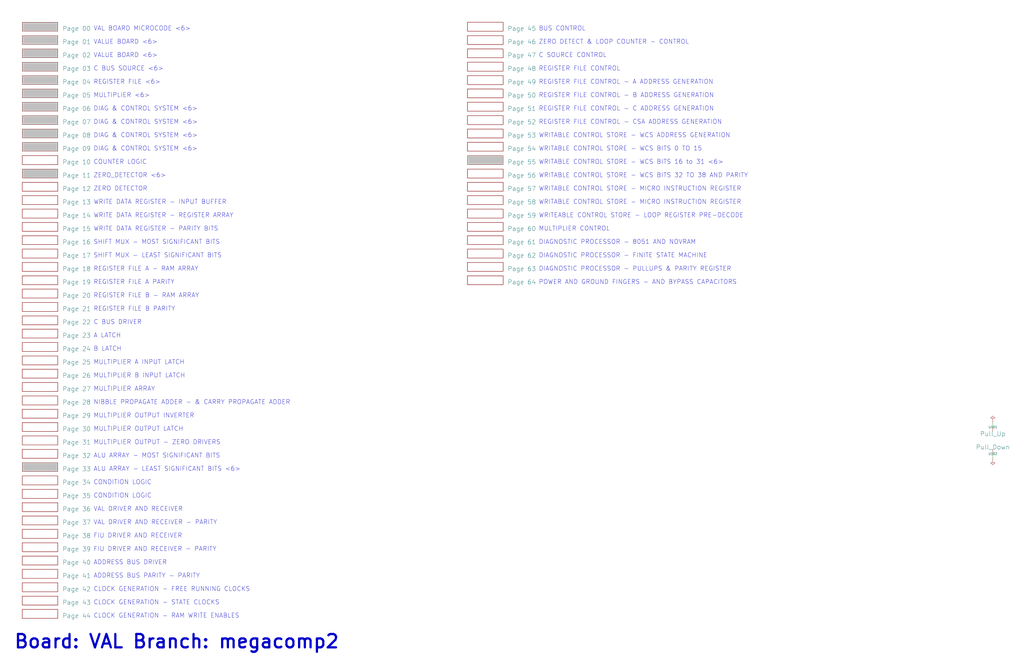
<source format=kicad_sch>
(kicad_sch (version 20211123) (generator eeschema)
  (paper "User" 584.2 378.46)
  (title_block (title "VAL Main"))
  (lib_symbols
    (symbol "r1000:PD" (power) (pin_numbers hide) (pin_names hide) (in_bom no)
      (symbol "PD_0_1"
        (polyline (pts (xy 0 -2.54) (xy 1.27 -2.54) (xy 0 -3.81) (xy -1.27 -2.54) (xy 0 -2.54)) (stroke (width 0.1524)))
      )
      (symbol "PD_1_1"
        (pin power_in line (at 0 0 270) (length 2.54) (name "PD") (number "1"))
      )
    )
    (symbol "r1000:PU" (power) (pin_numbers hide) (pin_names hide)
      (symbol "PU_0_1"
        (polyline (pts (xy 0 2.54) (xy -1.27 2.54) (xy 0 3.81) (xy 1.27 2.54) (xy 0 2.54)) (stroke (width 0.1524)))
      )
      (symbol "PU_1_1"
        (pin power_in line (at 0 0 90) (length 2.54) (name "PU") (number "1"))
      )
    )
    (symbol "r1000:Pull_Down" (pin_numbers hide) (pin_names hide)
      (property "Reference" "U" (at 0 0 0))
      (property "Value" "Pull_Down" (at 0 3.81 0))
      (symbol "Pull_Down_1_1"
        (pin power_out line (at 0 0 90) (length 2.54) (name "Out") (number "1"))
      )
    )
    (symbol "r1000:Pull_Up" (pin_numbers hide) (pin_names hide)
      (property "Reference" "U" (at 0 0 0))
      (property "Value" "Pull_Up" (at 0 -3.81 0))
      (symbol "Pull_Up_1_1"
        (pin power_out line (at 0 0 270) (length 2.54) (name "Out") (number "1"))
      )
    )
  )
  (wire (pts (xy 566.42 241.3) (xy 566.42 243.84)))
  (wire (pts (xy 566.42 259.08) (xy 566.42 261.62)))
  (symbol (lib_id "r1000:PU") (at 566.42 241.3 0) (unit 1)
    (property "Reference" "#PWR0102" (effects hide))
    (property "Value" "PU" (effects hide))
  )
  (symbol (lib_id "r1000:Pull_Down") (at 566.42 259.08 0) (unit 1)
    (property "Reference" "U102" (at 566.42 259.08 0))
    (property "Value" "Pull_Down" (at 566.42 255.27 0) (effects (font (size 2.54 2.54))))
  )
  (symbol (lib_id "r1000:Pull_Up") (at 566.42 243.84 0) (unit 1)
    (property "Reference" "U101" (at 566.42 243.84 0))
    (property "Value" "Pull_Up" (at 566.42 247.65 0) (effects (font (size 2.54 2.54))))
  )
  (symbol (lib_id "r1000:PD") (at 566.42 261.62 0) (unit 1) (in_bom no)
    (property "Reference" "#PWR0101" (effects hide))
    (property "Value" "PD" (effects hide))
  )
  (text "Board: VAL Branch: megacomp2" (at 7.62 370.84 0) (effects (font (size 7.62 7.62) (thickness 1.27) bold) (justify left bottom)))
  (sheet (at 12.70 12.70) (size 20.32 5.08)
    (property "Sheet name" "Page 00" (at 35.56 17.78 0) (effects (font (size 2.54 2.54)) (justify left bottom)))
    (property "Sheet file" "pg_00.kicad_sch" (effects hide))
    (fill (color 192 192 192 1.0))
  )
  (text "VAL BOARD MICROCODE <6>" (at 53.34 17.78 0) (effects (font (size 2.54 2.54)) (justify left bottom)))
  (sheet (at 12.70 20.32) (size 20.32 5.08)
    (property "Sheet name" "Page 01" (at 35.56 25.40 0) (effects (font (size 2.54 2.54)) (justify left bottom)))
    (property "Sheet file" "pg_01.kicad_sch" (effects hide))
    (fill (color 192 192 192 1.0))
  )
  (text "VALUE BOARD <6>" (at 53.34 25.40 0) (effects (font (size 2.54 2.54)) (justify left bottom)))
  (sheet (at 12.70 27.94) (size 20.32 5.08)
    (property "Sheet name" "Page 02" (at 35.56 33.02 0) (effects (font (size 2.54 2.54)) (justify left bottom)))
    (property "Sheet file" "pg_02.kicad_sch" (effects hide))
    (fill (color 192 192 192 1.0))
  )
  (text "VALUE BOARD <6>" (at 53.34 33.02 0) (effects (font (size 2.54 2.54)) (justify left bottom)))
  (sheet (at 12.70 35.56) (size 20.32 5.08)
    (property "Sheet name" "Page 03" (at 35.56 40.64 0) (effects (font (size 2.54 2.54)) (justify left bottom)))
    (property "Sheet file" "pg_03.kicad_sch" (effects hide))
    (fill (color 192 192 192 1.0))
  )
  (text "C BUS SOURCE <6>" (at 53.34 40.64 0) (effects (font (size 2.54 2.54)) (justify left bottom)))
  (sheet (at 12.70 43.18) (size 20.32 5.08)
    (property "Sheet name" "Page 04" (at 35.56 48.26 0) (effects (font (size 2.54 2.54)) (justify left bottom)))
    (property "Sheet file" "pg_04.kicad_sch" (effects hide))
    (fill (color 192 192 192 1.0))
  )
  (text "REGISTER FILE <6>" (at 53.34 48.26 0) (effects (font (size 2.54 2.54)) (justify left bottom)))
  (sheet (at 12.70 50.80) (size 20.32 5.08)
    (property "Sheet name" "Page 05" (at 35.56 55.88 0) (effects (font (size 2.54 2.54)) (justify left bottom)))
    (property "Sheet file" "pg_05.kicad_sch" (effects hide))
    (fill (color 192 192 192 1.0))
  )
  (text "MULTIPLIER <6>" (at 53.34 55.88 0) (effects (font (size 2.54 2.54)) (justify left bottom)))
  (sheet (at 12.70 58.42) (size 20.32 5.08)
    (property "Sheet name" "Page 06" (at 35.56 63.50 0) (effects (font (size 2.54 2.54)) (justify left bottom)))
    (property "Sheet file" "pg_06.kicad_sch" (effects hide))
    (fill (color 192 192 192 1.0))
  )
  (text "DIAG & CONTROL SYSTEM <6>" (at 53.34 63.50 0) (effects (font (size 2.54 2.54)) (justify left bottom)))
  (sheet (at 12.70 66.04) (size 20.32 5.08)
    (property "Sheet name" "Page 07" (at 35.56 71.12 0) (effects (font (size 2.54 2.54)) (justify left bottom)))
    (property "Sheet file" "pg_07.kicad_sch" (effects hide))
    (fill (color 192 192 192 1.0))
  )
  (text "DIAG & CONTROL SYSTEM <6>" (at 53.34 71.12 0) (effects (font (size 2.54 2.54)) (justify left bottom)))
  (sheet (at 12.70 73.66) (size 20.32 5.08)
    (property "Sheet name" "Page 08" (at 35.56 78.74 0) (effects (font (size 2.54 2.54)) (justify left bottom)))
    (property "Sheet file" "pg_08.kicad_sch" (effects hide))
    (fill (color 192 192 192 1.0))
  )
  (text "DIAG & CONTROL SYSTEM <6>" (at 53.34 78.74 0) (effects (font (size 2.54 2.54)) (justify left bottom)))
  (sheet (at 12.70 81.28) (size 20.32 5.08)
    (property "Sheet name" "Page 09" (at 35.56 86.36 0) (effects (font (size 2.54 2.54)) (justify left bottom)))
    (property "Sheet file" "pg_09.kicad_sch" (effects hide))
    (fill (color 192 192 192 1.0))
  )
  (text "DIAG & CONTROL SYSTEM <6>" (at 53.34 86.36 0) (effects (font (size 2.54 2.54)) (justify left bottom)))
  (sheet (at 12.70 88.90) (size 20.32 5.08)
    (property "Sheet name" "Page 10" (at 35.56 93.98 0) (effects (font (size 2.54 2.54)) (justify left bottom)))
    (property "Sheet file" "pg_10.kicad_sch" (effects hide))
  )
  (text "COUNTER LOGIC" (at 53.34 93.98 0) (effects (font (size 2.54 2.54)) (justify left bottom)))
  (sheet (at 12.70 96.52) (size 20.32 5.08)
    (property "Sheet name" "Page 11" (at 35.56 101.60 0) (effects (font (size 2.54 2.54)) (justify left bottom)))
    (property "Sheet file" "pg_11.kicad_sch" (effects hide))
    (fill (color 192 192 192 1.0))
  )
  (text "ZERO_DETECTOR <6>" (at 53.34 101.60 0) (effects (font (size 2.54 2.54)) (justify left bottom)))
  (sheet (at 12.70 104.14) (size 20.32 5.08)
    (property "Sheet name" "Page 12" (at 35.56 109.22 0) (effects (font (size 2.54 2.54)) (justify left bottom)))
    (property "Sheet file" "pg_12.kicad_sch" (effects hide))
  )
  (text "ZERO DETECTOR" (at 53.34 109.22 0) (effects (font (size 2.54 2.54)) (justify left bottom)))
  (sheet (at 12.70 111.76) (size 20.32 5.08)
    (property "Sheet name" "Page 13" (at 35.56 116.84 0) (effects (font (size 2.54 2.54)) (justify left bottom)))
    (property "Sheet file" "pg_13.kicad_sch" (effects hide))
  )
  (text "WRITE DATA REGISTER - INPUT BUFFER" (at 53.34 116.84 0) (effects (font (size 2.54 2.54)) (justify left bottom)))
  (sheet (at 12.70 119.38) (size 20.32 5.08)
    (property "Sheet name" "Page 14" (at 35.56 124.46 0) (effects (font (size 2.54 2.54)) (justify left bottom)))
    (property "Sheet file" "pg_14.kicad_sch" (effects hide))
  )
  (text "WRITE DATA REGISTER - REGISTER ARRAY" (at 53.34 124.46 0) (effects (font (size 2.54 2.54)) (justify left bottom)))
  (sheet (at 12.70 127.00) (size 20.32 5.08)
    (property "Sheet name" "Page 15" (at 35.56 132.08 0) (effects (font (size 2.54 2.54)) (justify left bottom)))
    (property "Sheet file" "pg_15.kicad_sch" (effects hide))
  )
  (text "WRITE DATA REGISTER - PARITY BITS" (at 53.34 132.08 0) (effects (font (size 2.54 2.54)) (justify left bottom)))
  (sheet (at 12.70 134.62) (size 20.32 5.08)
    (property "Sheet name" "Page 16" (at 35.56 139.70 0) (effects (font (size 2.54 2.54)) (justify left bottom)))
    (property "Sheet file" "pg_16.kicad_sch" (effects hide))
  )
  (text "SHIFT MUX - MOST SIGNIFICANT BITS" (at 53.34 139.70 0) (effects (font (size 2.54 2.54)) (justify left bottom)))
  (sheet (at 12.70 142.24) (size 20.32 5.08)
    (property "Sheet name" "Page 17" (at 35.56 147.32 0) (effects (font (size 2.54 2.54)) (justify left bottom)))
    (property "Sheet file" "pg_17.kicad_sch" (effects hide))
  )
  (text "SHIFT MUX - LEAST SIGNIFICANT BITS" (at 53.34 147.32 0) (effects (font (size 2.54 2.54)) (justify left bottom)))
  (sheet (at 12.70 149.86) (size 20.32 5.08)
    (property "Sheet name" "Page 18" (at 35.56 154.94 0) (effects (font (size 2.54 2.54)) (justify left bottom)))
    (property "Sheet file" "pg_18.kicad_sch" (effects hide))
  )
  (text "REGISTER FILE A - RAM ARRAY" (at 53.34 154.94 0) (effects (font (size 2.54 2.54)) (justify left bottom)))
  (sheet (at 12.70 157.48) (size 20.32 5.08)
    (property "Sheet name" "Page 19" (at 35.56 162.56 0) (effects (font (size 2.54 2.54)) (justify left bottom)))
    (property "Sheet file" "pg_19.kicad_sch" (effects hide))
  )
  (text "REGISTER FILE A PARITY" (at 53.34 162.56 0) (effects (font (size 2.54 2.54)) (justify left bottom)))
  (sheet (at 12.70 165.10) (size 20.32 5.08)
    (property "Sheet name" "Page 20" (at 35.56 170.18 0) (effects (font (size 2.54 2.54)) (justify left bottom)))
    (property "Sheet file" "pg_20.kicad_sch" (effects hide))
  )
  (text "REGISTER FILE B - RAM ARRAY" (at 53.34 170.18 0) (effects (font (size 2.54 2.54)) (justify left bottom)))
  (sheet (at 12.70 172.72) (size 20.32 5.08)
    (property "Sheet name" "Page 21" (at 35.56 177.80 0) (effects (font (size 2.54 2.54)) (justify left bottom)))
    (property "Sheet file" "pg_21.kicad_sch" (effects hide))
  )
  (text "REGISTER FILE B PARITY" (at 53.34 177.80 0) (effects (font (size 2.54 2.54)) (justify left bottom)))
  (sheet (at 12.70 180.34) (size 20.32 5.08)
    (property "Sheet name" "Page 22" (at 35.56 185.42 0) (effects (font (size 2.54 2.54)) (justify left bottom)))
    (property "Sheet file" "pg_22.kicad_sch" (effects hide))
  )
  (text "C BUS DRIVER" (at 53.34 185.42 0) (effects (font (size 2.54 2.54)) (justify left bottom)))
  (sheet (at 12.70 187.96) (size 20.32 5.08)
    (property "Sheet name" "Page 23" (at 35.56 193.04 0) (effects (font (size 2.54 2.54)) (justify left bottom)))
    (property "Sheet file" "pg_23.kicad_sch" (effects hide))
  )
  (text "A LATCH" (at 53.34 193.04 0) (effects (font (size 2.54 2.54)) (justify left bottom)))
  (sheet (at 12.70 195.58) (size 20.32 5.08)
    (property "Sheet name" "Page 24" (at 35.56 200.66 0) (effects (font (size 2.54 2.54)) (justify left bottom)))
    (property "Sheet file" "pg_24.kicad_sch" (effects hide))
  )
  (text "B LATCH" (at 53.34 200.66 0) (effects (font (size 2.54 2.54)) (justify left bottom)))
  (sheet (at 12.70 203.20) (size 20.32 5.08)
    (property "Sheet name" "Page 25" (at 35.56 208.28 0) (effects (font (size 2.54 2.54)) (justify left bottom)))
    (property "Sheet file" "pg_25.kicad_sch" (effects hide))
  )
  (text "MULTIPLIER A INPUT LATCH" (at 53.34 208.28 0) (effects (font (size 2.54 2.54)) (justify left bottom)))
  (sheet (at 12.70 210.82) (size 20.32 5.08)
    (property "Sheet name" "Page 26" (at 35.56 215.90 0) (effects (font (size 2.54 2.54)) (justify left bottom)))
    (property "Sheet file" "pg_26.kicad_sch" (effects hide))
  )
  (text "MULTIPLIER B INPUT LATCH" (at 53.34 215.90 0) (effects (font (size 2.54 2.54)) (justify left bottom)))
  (sheet (at 12.70 218.44) (size 20.32 5.08)
    (property "Sheet name" "Page 27" (at 35.56 223.52 0) (effects (font (size 2.54 2.54)) (justify left bottom)))
    (property "Sheet file" "pg_27.kicad_sch" (effects hide))
  )
  (text "MULTIPLIER ARRAY" (at 53.34 223.52 0) (effects (font (size 2.54 2.54)) (justify left bottom)))
  (sheet (at 12.70 226.06) (size 20.32 5.08)
    (property "Sheet name" "Page 28" (at 35.56 231.14 0) (effects (font (size 2.54 2.54)) (justify left bottom)))
    (property "Sheet file" "pg_28.kicad_sch" (effects hide))
  )
  (text "NIBBLE PROPAGATE ADDER - & CARRY PROPAGATE ADDER" (at 53.34 231.14 0) (effects (font (size 2.54 2.54)) (justify left bottom)))
  (sheet (at 12.70 233.68) (size 20.32 5.08)
    (property "Sheet name" "Page 29" (at 35.56 238.76 0) (effects (font (size 2.54 2.54)) (justify left bottom)))
    (property "Sheet file" "pg_29.kicad_sch" (effects hide))
  )
  (text "MULTIPLIER OUTPUT INVERTER" (at 53.34 238.76 0) (effects (font (size 2.54 2.54)) (justify left bottom)))
  (sheet (at 12.70 241.30) (size 20.32 5.08)
    (property "Sheet name" "Page 30" (at 35.56 246.38 0) (effects (font (size 2.54 2.54)) (justify left bottom)))
    (property "Sheet file" "pg_30.kicad_sch" (effects hide))
  )
  (text "MULTIPLIER OUTPUT LATCH" (at 53.34 246.38 0) (effects (font (size 2.54 2.54)) (justify left bottom)))
  (sheet (at 12.70 248.92) (size 20.32 5.08)
    (property "Sheet name" "Page 31" (at 35.56 254.00 0) (effects (font (size 2.54 2.54)) (justify left bottom)))
    (property "Sheet file" "pg_31.kicad_sch" (effects hide))
  )
  (text "MULTIPLIER OUTPUT - ZERO DRIVERS" (at 53.34 254.00 0) (effects (font (size 2.54 2.54)) (justify left bottom)))
  (sheet (at 12.70 256.54) (size 20.32 5.08)
    (property "Sheet name" "Page 32" (at 35.56 261.62 0) (effects (font (size 2.54 2.54)) (justify left bottom)))
    (property "Sheet file" "pg_32.kicad_sch" (effects hide))
  )
  (text "ALU ARRAY - MOST SIGNIFICANT BITS" (at 53.34 261.62 0) (effects (font (size 2.54 2.54)) (justify left bottom)))
  (sheet (at 12.70 264.16) (size 20.32 5.08)
    (property "Sheet name" "Page 33" (at 35.56 269.24 0) (effects (font (size 2.54 2.54)) (justify left bottom)))
    (property "Sheet file" "pg_33.kicad_sch" (effects hide))
    (fill (color 192 192 192 1.0))
  )
  (text "ALU ARRAY - LEAST SIGNIFICANT BITS <6>" (at 53.34 269.24 0) (effects (font (size 2.54 2.54)) (justify left bottom)))
  (sheet (at 12.70 271.78) (size 20.32 5.08)
    (property "Sheet name" "Page 34" (at 35.56 276.86 0) (effects (font (size 2.54 2.54)) (justify left bottom)))
    (property "Sheet file" "pg_34.kicad_sch" (effects hide))
  )
  (text "CONDITION LOGIC" (at 53.34 276.86 0) (effects (font (size 2.54 2.54)) (justify left bottom)))
  (sheet (at 12.70 279.40) (size 20.32 5.08)
    (property "Sheet name" "Page 35" (at 35.56 284.48 0) (effects (font (size 2.54 2.54)) (justify left bottom)))
    (property "Sheet file" "pg_35.kicad_sch" (effects hide))
  )
  (text "CONDITION LOGIC" (at 53.34 284.48 0) (effects (font (size 2.54 2.54)) (justify left bottom)))
  (sheet (at 12.70 287.02) (size 20.32 5.08)
    (property "Sheet name" "Page 36" (at 35.56 292.10 0) (effects (font (size 2.54 2.54)) (justify left bottom)))
    (property "Sheet file" "pg_36.kicad_sch" (effects hide))
  )
  (text "VAL DRIVER AND RECEIVER" (at 53.34 292.10 0) (effects (font (size 2.54 2.54)) (justify left bottom)))
  (sheet (at 12.70 294.64) (size 20.32 5.08)
    (property "Sheet name" "Page 37" (at 35.56 299.72 0) (effects (font (size 2.54 2.54)) (justify left bottom)))
    (property "Sheet file" "pg_37.kicad_sch" (effects hide))
  )
  (text "VAL DRIVER AND RECEIVER - PARITY" (at 53.34 299.72 0) (effects (font (size 2.54 2.54)) (justify left bottom)))
  (sheet (at 12.70 302.26) (size 20.32 5.08)
    (property "Sheet name" "Page 38" (at 35.56 307.34 0) (effects (font (size 2.54 2.54)) (justify left bottom)))
    (property "Sheet file" "pg_38.kicad_sch" (effects hide))
  )
  (text "FIU DRIVER AND RECEIVER" (at 53.34 307.34 0) (effects (font (size 2.54 2.54)) (justify left bottom)))
  (sheet (at 12.70 309.88) (size 20.32 5.08)
    (property "Sheet name" "Page 39" (at 35.56 314.96 0) (effects (font (size 2.54 2.54)) (justify left bottom)))
    (property "Sheet file" "pg_39.kicad_sch" (effects hide))
  )
  (text "FIU DRIVER AND RECEIVER - PARITY" (at 53.34 314.96 0) (effects (font (size 2.54 2.54)) (justify left bottom)))
  (sheet (at 12.70 317.50) (size 20.32 5.08)
    (property "Sheet name" "Page 40" (at 35.56 322.58 0) (effects (font (size 2.54 2.54)) (justify left bottom)))
    (property "Sheet file" "pg_40.kicad_sch" (effects hide))
  )
  (text "ADDRESS BUS DRIVER" (at 53.34 322.58 0) (effects (font (size 2.54 2.54)) (justify left bottom)))
  (sheet (at 12.70 325.12) (size 20.32 5.08)
    (property "Sheet name" "Page 41" (at 35.56 330.20 0) (effects (font (size 2.54 2.54)) (justify left bottom)))
    (property "Sheet file" "pg_41.kicad_sch" (effects hide))
  )
  (text "ADDRESS BUS PARITY - PARITY" (at 53.34 330.20 0) (effects (font (size 2.54 2.54)) (justify left bottom)))
  (sheet (at 12.70 332.74) (size 20.32 5.08)
    (property "Sheet name" "Page 42" (at 35.56 337.82 0) (effects (font (size 2.54 2.54)) (justify left bottom)))
    (property "Sheet file" "pg_42.kicad_sch" (effects hide))
  )
  (text "CLOCK GENERATION - FREE RUNNING CLOCKS" (at 53.34 337.82 0) (effects (font (size 2.54 2.54)) (justify left bottom)))
  (sheet (at 12.70 340.36) (size 20.32 5.08)
    (property "Sheet name" "Page 43" (at 35.56 345.44 0) (effects (font (size 2.54 2.54)) (justify left bottom)))
    (property "Sheet file" "pg_43.kicad_sch" (effects hide))
  )
  (text "CLOCK GENERATION - STATE CLOCKS" (at 53.34 345.44 0) (effects (font (size 2.54 2.54)) (justify left bottom)))
  (sheet (at 12.70 347.98) (size 20.32 5.08)
    (property "Sheet name" "Page 44" (at 35.56 353.06 0) (effects (font (size 2.54 2.54)) (justify left bottom)))
    (property "Sheet file" "pg_44.kicad_sch" (effects hide))
  )
  (text "CLOCK GENERATION - RAM WRITE ENABLES" (at 53.34 353.06 0) (effects (font (size 2.54 2.54)) (justify left bottom)))
  (sheet (at 266.70 12.70) (size 20.32 5.08)
    (property "Sheet name" "Page 45" (at 289.56 17.78 0) (effects (font (size 2.54 2.54)) (justify left bottom)))
    (property "Sheet file" "pg_45.kicad_sch" (effects hide))
  )
  (text "BUS CONTROL" (at 307.34 17.78 0) (effects (font (size 2.54 2.54)) (justify left bottom)))
  (sheet (at 266.70 20.32) (size 20.32 5.08)
    (property "Sheet name" "Page 46" (at 289.56 25.40 0) (effects (font (size 2.54 2.54)) (justify left bottom)))
    (property "Sheet file" "pg_46.kicad_sch" (effects hide))
  )
  (text "ZERO DETECT & LOOP COUNTER - CONTROL" (at 307.34 25.40 0) (effects (font (size 2.54 2.54)) (justify left bottom)))
  (sheet (at 266.70 27.94) (size 20.32 5.08)
    (property "Sheet name" "Page 47" (at 289.56 33.02 0) (effects (font (size 2.54 2.54)) (justify left bottom)))
    (property "Sheet file" "pg_47.kicad_sch" (effects hide))
  )
  (text "C SOURCE CONTROL" (at 307.34 33.02 0) (effects (font (size 2.54 2.54)) (justify left bottom)))
  (sheet (at 266.70 35.56) (size 20.32 5.08)
    (property "Sheet name" "Page 48" (at 289.56 40.64 0) (effects (font (size 2.54 2.54)) (justify left bottom)))
    (property "Sheet file" "pg_48.kicad_sch" (effects hide))
  )
  (text "REGISTER FILE CONTROL" (at 307.34 40.64 0) (effects (font (size 2.54 2.54)) (justify left bottom)))
  (sheet (at 266.70 43.18) (size 20.32 5.08)
    (property "Sheet name" "Page 49" (at 289.56 48.26 0) (effects (font (size 2.54 2.54)) (justify left bottom)))
    (property "Sheet file" "pg_49.kicad_sch" (effects hide))
  )
  (text "REGISTER FILE CONTROL - A ADDRESS GENERATION" (at 307.34 48.26 0) (effects (font (size 2.54 2.54)) (justify left bottom)))
  (sheet (at 266.70 50.80) (size 20.32 5.08)
    (property "Sheet name" "Page 50" (at 289.56 55.88 0) (effects (font (size 2.54 2.54)) (justify left bottom)))
    (property "Sheet file" "pg_50.kicad_sch" (effects hide))
  )
  (text "REGISTER FILE CONTROL - B ADDRESS GENERATION" (at 307.34 55.88 0) (effects (font (size 2.54 2.54)) (justify left bottom)))
  (sheet (at 266.70 58.42) (size 20.32 5.08)
    (property "Sheet name" "Page 51" (at 289.56 63.50 0) (effects (font (size 2.54 2.54)) (justify left bottom)))
    (property "Sheet file" "pg_51.kicad_sch" (effects hide))
  )
  (text "REGISTER FILE CONTROL - C ADDRESS GENERATION" (at 307.34 63.50 0) (effects (font (size 2.54 2.54)) (justify left bottom)))
  (sheet (at 266.70 66.04) (size 20.32 5.08)
    (property "Sheet name" "Page 52" (at 289.56 71.12 0) (effects (font (size 2.54 2.54)) (justify left bottom)))
    (property "Sheet file" "pg_52.kicad_sch" (effects hide))
  )
  (text "REGISTER FILE CONTROL - CSA ADDRESS GENERATION" (at 307.34 71.12 0) (effects (font (size 2.54 2.54)) (justify left bottom)))
  (sheet (at 266.70 73.66) (size 20.32 5.08)
    (property "Sheet name" "Page 53" (at 289.56 78.74 0) (effects (font (size 2.54 2.54)) (justify left bottom)))
    (property "Sheet file" "pg_53.kicad_sch" (effects hide))
  )
  (text "WRITABLE CONTROL STORE - WCS ADDRESS GENERATION" (at 307.34 78.74 0) (effects (font (size 2.54 2.54)) (justify left bottom)))
  (sheet (at 266.70 81.28) (size 20.32 5.08)
    (property "Sheet name" "Page 54" (at 289.56 86.36 0) (effects (font (size 2.54 2.54)) (justify left bottom)))
    (property "Sheet file" "pg_54.kicad_sch" (effects hide))
  )
  (text "WRITABLE CONTROL STORE - WCS BITS 0 TO 15" (at 307.34 86.36 0) (effects (font (size 2.54 2.54)) (justify left bottom)))
  (sheet (at 266.70 88.90) (size 20.32 5.08)
    (property "Sheet name" "Page 55" (at 289.56 93.98 0) (effects (font (size 2.54 2.54)) (justify left bottom)))
    (property "Sheet file" "pg_55.kicad_sch" (effects hide))
    (fill (color 192 192 192 1.0))
  )
  (text "WRITABLE CONTROL STORE - WCS BITS 16 to 31 <6>" (at 307.34 93.98 0) (effects (font (size 2.54 2.54)) (justify left bottom)))
  (sheet (at 266.70 96.52) (size 20.32 5.08)
    (property "Sheet name" "Page 56" (at 289.56 101.60 0) (effects (font (size 2.54 2.54)) (justify left bottom)))
    (property "Sheet file" "pg_56.kicad_sch" (effects hide))
  )
  (text "WRITABLE CONTROL STORE - WCS BITS 32 TO 38 AND PARITY" (at 307.34 101.60 0) (effects (font (size 2.54 2.54)) (justify left bottom)))
  (sheet (at 266.70 104.14) (size 20.32 5.08)
    (property "Sheet name" "Page 57" (at 289.56 109.22 0) (effects (font (size 2.54 2.54)) (justify left bottom)))
    (property "Sheet file" "pg_57.kicad_sch" (effects hide))
  )
  (text "WRITABLE CONTROL STORE - MICRO INSTRUCTION REGISTER" (at 307.34 109.22 0) (effects (font (size 2.54 2.54)) (justify left bottom)))
  (sheet (at 266.70 111.76) (size 20.32 5.08)
    (property "Sheet name" "Page 58" (at 289.56 116.84 0) (effects (font (size 2.54 2.54)) (justify left bottom)))
    (property "Sheet file" "pg_58.kicad_sch" (effects hide))
  )
  (text "WRITABLE CONTROL STORE - MICRO INSTRUCTION REGISTER" (at 307.34 116.84 0) (effects (font (size 2.54 2.54)) (justify left bottom)))
  (sheet (at 266.70 119.38) (size 20.32 5.08)
    (property "Sheet name" "Page 59" (at 289.56 124.46 0) (effects (font (size 2.54 2.54)) (justify left bottom)))
    (property "Sheet file" "pg_59.kicad_sch" (effects hide))
  )
  (text "WRITEABLE CONTROL STORE - LOOP REGISTER PRE-DECODE" (at 307.34 124.46 0) (effects (font (size 2.54 2.54)) (justify left bottom)))
  (sheet (at 266.70 127.00) (size 20.32 5.08)
    (property "Sheet name" "Page 60" (at 289.56 132.08 0) (effects (font (size 2.54 2.54)) (justify left bottom)))
    (property "Sheet file" "pg_60.kicad_sch" (effects hide))
  )
  (text "MULTIPLIER CONTROL" (at 307.34 132.08 0) (effects (font (size 2.54 2.54)) (justify left bottom)))
  (sheet (at 266.70 134.62) (size 20.32 5.08)
    (property "Sheet name" "Page 61" (at 289.56 139.70 0) (effects (font (size 2.54 2.54)) (justify left bottom)))
    (property "Sheet file" "pg_61.kicad_sch" (effects hide))
  )
  (text "DIAGNOSTIC PROCESSOR - 8051 AND NOVRAM" (at 307.34 139.70 0) (effects (font (size 2.54 2.54)) (justify left bottom)))
  (sheet (at 266.70 142.24) (size 20.32 5.08)
    (property "Sheet name" "Page 62" (at 289.56 147.32 0) (effects (font (size 2.54 2.54)) (justify left bottom)))
    (property "Sheet file" "pg_62.kicad_sch" (effects hide))
  )
  (text "DIAGNOSTIC PROCESSOR - FINITE STATE MACHINE" (at 307.34 147.32 0) (effects (font (size 2.54 2.54)) (justify left bottom)))
  (sheet (at 266.70 149.86) (size 20.32 5.08)
    (property "Sheet name" "Page 63" (at 289.56 154.94 0) (effects (font (size 2.54 2.54)) (justify left bottom)))
    (property "Sheet file" "pg_63.kicad_sch" (effects hide))
  )
  (text "DIAGNOSTIC PROCESSOR - PULLUPS & PARITY REGISTER" (at 307.34 154.94 0) (effects (font (size 2.54 2.54)) (justify left bottom)))
  (sheet (at 266.70 157.48) (size 20.32 5.08)
    (property "Sheet name" "Page 64" (at 289.56 162.56 0) (effects (font (size 2.54 2.54)) (justify left bottom)))
    (property "Sheet file" "pg_64.kicad_sch" (effects hide))
  )
  (text "POWER AND GROUND FINGERS - AND BYPASS CAPACITORS" (at 307.34 162.56 0) (effects (font (size 2.54 2.54)) (justify left bottom)))
)
</source>
